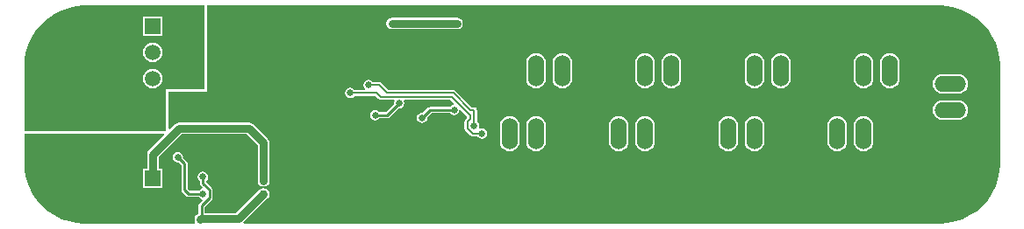
<source format=gbl>
G04 Layer_Physical_Order=2*
G04 Layer_Color=16711680*
%FSLAX23Y23*%
%MOIN*%
G70*
G01*
G75*
%ADD26C,0.030*%
%ADD27C,0.010*%
%ADD28C,0.008*%
%ADD30O,0.060X0.120*%
%ADD31R,0.059X0.059*%
%ADD32C,0.059*%
%ADD33C,0.197*%
%ADD34O,0.120X0.060*%
%ADD35C,0.025*%
%ADD36C,0.030*%
G36*
X705Y535D02*
X560D01*
Y375D01*
X22D01*
Y628D01*
X24Y655D01*
X30Y684D01*
X39Y712D01*
X53Y739D01*
X69Y764D01*
X89Y786D01*
X111Y806D01*
X136Y822D01*
X163Y836D01*
X191Y845D01*
X220Y851D01*
X245Y853D01*
X245Y853D01*
X250Y853D01*
X250D01*
X255Y853D01*
X255D01*
X255D01*
X705D01*
Y535D01*
D02*
G37*
G36*
X3500Y853D02*
Y853D01*
X3505Y853D01*
X3530Y851D01*
X3559Y845D01*
X3587Y836D01*
X3614Y822D01*
X3639Y806D01*
X3661Y786D01*
X3681Y764D01*
X3697Y739D01*
X3711Y712D01*
X3720Y684D01*
X3726Y655D01*
X3728Y628D01*
Y247D01*
X3726Y220D01*
X3720Y191D01*
X3711Y163D01*
X3697Y136D01*
X3681Y111D01*
X3661Y89D01*
X3639Y69D01*
X3614Y53D01*
X3587Y39D01*
X3559Y30D01*
X3530Y24D01*
X3501Y22D01*
X3500Y22D01*
X856D01*
X854Y27D01*
X946Y119D01*
X951Y126D01*
X952Y135D01*
X951Y144D01*
X946Y151D01*
X939Y156D01*
X930Y157D01*
X921Y156D01*
X914Y151D01*
X826Y62D01*
X707D01*
Y85D01*
X734Y111D01*
X736Y115D01*
X737Y120D01*
Y150D01*
X736Y155D01*
X734Y159D01*
X712Y180D01*
X713Y185D01*
X714Y186D01*
X718Y192D01*
X720Y200D01*
X718Y208D01*
X714Y214D01*
X708Y218D01*
X700Y220D01*
X692Y218D01*
X686Y214D01*
X682Y208D01*
X680Y200D01*
X682Y192D01*
X686Y186D01*
X688Y185D01*
Y175D01*
X689Y170D01*
X691Y166D01*
X698Y160D01*
X696Y154D01*
X692Y153D01*
X686Y149D01*
X685Y147D01*
X650D01*
X642Y155D01*
Y250D01*
X641Y255D01*
X639Y259D01*
X624Y273D01*
X625Y275D01*
X623Y283D01*
X619Y289D01*
X613Y293D01*
X605Y295D01*
X597Y293D01*
X591Y289D01*
X587Y283D01*
X585Y275D01*
X587Y267D01*
X591Y261D01*
X597Y257D01*
X605Y255D01*
X607Y256D01*
X618Y245D01*
Y150D01*
X619Y145D01*
X621Y141D01*
X636Y126D01*
X640Y124D01*
X645Y123D01*
X685D01*
X686Y121D01*
X692Y117D01*
X696Y116D01*
X698Y110D01*
X686Y99D01*
X684Y95D01*
X683Y90D01*
Y60D01*
X677Y56D01*
X674Y53D01*
X669Y46D01*
X668Y37D01*
X669Y28D01*
X670Y27D01*
X668Y22D01*
X250D01*
X249Y22D01*
X220Y24D01*
X191Y30D01*
X163Y39D01*
X136Y53D01*
X111Y69D01*
X89Y89D01*
X69Y111D01*
X53Y136D01*
X39Y163D01*
X30Y191D01*
X24Y220D01*
X22Y249D01*
X22Y250D01*
Y365D01*
X551Y365D01*
X553Y360D01*
X494Y301D01*
X489Y294D01*
X488Y285D01*
Y232D01*
X473D01*
Y158D01*
X547D01*
Y232D01*
X532D01*
Y276D01*
X619Y363D01*
X866D01*
X908Y321D01*
Y185D01*
X909Y176D01*
X914Y169D01*
X921Y164D01*
X930Y163D01*
X939Y164D01*
X946Y169D01*
X951Y176D01*
X952Y185D01*
Y330D01*
X951Y339D01*
X946Y346D01*
X891Y401D01*
X884Y406D01*
X875Y407D01*
X610D01*
X601Y406D01*
X594Y401D01*
X575Y381D01*
X570Y383D01*
Y525D01*
X715D01*
X715Y853D01*
X3500D01*
X3500Y853D01*
D02*
G37*
%LPC*%
G36*
X3210Y432D02*
X3200Y431D01*
X3191Y427D01*
X3184Y421D01*
X3178Y414D01*
X3174Y405D01*
X3173Y395D01*
Y335D01*
X3174Y325D01*
X3178Y316D01*
X3184Y309D01*
X3191Y303D01*
X3200Y299D01*
X3210Y298D01*
X3220Y299D01*
X3229Y303D01*
X3236Y309D01*
X3242Y316D01*
X3246Y325D01*
X3247Y335D01*
Y395D01*
X3246Y405D01*
X3242Y414D01*
X3236Y421D01*
X3229Y427D01*
X3220Y431D01*
X3210Y432D01*
D02*
G37*
G36*
X3110D02*
X3100Y431D01*
X3091Y427D01*
X3084Y421D01*
X3078Y414D01*
X3074Y405D01*
X3073Y395D01*
Y335D01*
X3074Y325D01*
X3078Y316D01*
X3084Y309D01*
X3091Y303D01*
X3100Y299D01*
X3110Y298D01*
X3120Y299D01*
X3129Y303D01*
X3136Y309D01*
X3142Y316D01*
X3146Y325D01*
X3147Y335D01*
Y395D01*
X3146Y405D01*
X3142Y414D01*
X3136Y421D01*
X3129Y427D01*
X3120Y431D01*
X3110Y432D01*
D02*
G37*
G36*
X3570Y592D02*
X3510D01*
X3500Y591D01*
X3491Y587D01*
X3484Y581D01*
X3478Y574D01*
X3474Y565D01*
X3473Y555D01*
X3474Y545D01*
X3478Y536D01*
X3484Y529D01*
X3491Y523D01*
X3500Y519D01*
X3510Y518D01*
X3570D01*
X3580Y519D01*
X3589Y523D01*
X3596Y529D01*
X3602Y536D01*
X3606Y545D01*
X3607Y555D01*
X3606Y565D01*
X3602Y574D01*
X3596Y581D01*
X3589Y587D01*
X3580Y591D01*
X3570Y592D01*
D02*
G37*
G36*
Y492D02*
X3510D01*
X3500Y491D01*
X3491Y487D01*
X3484Y481D01*
X3478Y474D01*
X3474Y465D01*
X3473Y455D01*
X3474Y445D01*
X3478Y436D01*
X3484Y429D01*
X3491Y423D01*
X3500Y419D01*
X3510Y418D01*
X3570D01*
X3580Y419D01*
X3589Y423D01*
X3596Y429D01*
X3602Y436D01*
X3606Y445D01*
X3607Y455D01*
X3606Y465D01*
X3602Y474D01*
X3596Y481D01*
X3589Y487D01*
X3580Y491D01*
X3570Y492D01*
D02*
G37*
G36*
X2795Y432D02*
X2785Y431D01*
X2776Y427D01*
X2769Y421D01*
X2763Y414D01*
X2759Y405D01*
X2758Y395D01*
Y335D01*
X2759Y325D01*
X2763Y316D01*
X2769Y309D01*
X2776Y303D01*
X2785Y299D01*
X2795Y298D01*
X2805Y299D01*
X2814Y303D01*
X2821Y309D01*
X2827Y316D01*
X2831Y325D01*
X2832Y335D01*
Y395D01*
X2831Y405D01*
X2827Y414D01*
X2821Y421D01*
X2814Y427D01*
X2805Y431D01*
X2795Y432D01*
D02*
G37*
G36*
X1965D02*
X1955Y431D01*
X1946Y427D01*
X1939Y421D01*
X1933Y414D01*
X1929Y405D01*
X1928Y395D01*
Y335D01*
X1929Y325D01*
X1933Y316D01*
X1939Y309D01*
X1946Y303D01*
X1955Y299D01*
X1965Y298D01*
X1975Y299D01*
X1984Y303D01*
X1991Y309D01*
X1997Y316D01*
X2001Y325D01*
X2002Y335D01*
Y395D01*
X2001Y405D01*
X1997Y414D01*
X1991Y421D01*
X1984Y427D01*
X1975Y431D01*
X1965Y432D01*
D02*
G37*
G36*
X1865D02*
X1855Y431D01*
X1846Y427D01*
X1839Y421D01*
X1833Y414D01*
X1829Y405D01*
X1828Y395D01*
Y335D01*
X1829Y325D01*
X1833Y316D01*
X1839Y309D01*
X1846Y303D01*
X1855Y299D01*
X1865Y298D01*
X1875Y299D01*
X1884Y303D01*
X1891Y309D01*
X1897Y316D01*
X1901Y325D01*
X1902Y335D01*
Y395D01*
X1901Y405D01*
X1897Y414D01*
X1891Y421D01*
X1884Y427D01*
X1875Y431D01*
X1865Y432D01*
D02*
G37*
G36*
X2280D02*
X2270Y431D01*
X2261Y427D01*
X2254Y421D01*
X2248Y414D01*
X2244Y405D01*
X2243Y395D01*
Y335D01*
X2244Y325D01*
X2248Y316D01*
X2254Y309D01*
X2261Y303D01*
X2270Y299D01*
X2280Y298D01*
X2290Y299D01*
X2299Y303D01*
X2306Y309D01*
X2312Y316D01*
X2316Y325D01*
X2317Y335D01*
Y395D01*
X2316Y405D01*
X2312Y414D01*
X2306Y421D01*
X2299Y427D01*
X2290Y431D01*
X2280Y432D01*
D02*
G37*
G36*
X2695D02*
X2685Y431D01*
X2676Y427D01*
X2669Y421D01*
X2663Y414D01*
X2659Y405D01*
X2658Y395D01*
Y335D01*
X2659Y325D01*
X2663Y316D01*
X2669Y309D01*
X2676Y303D01*
X2685Y299D01*
X2695Y298D01*
X2705Y299D01*
X2714Y303D01*
X2721Y309D01*
X2727Y316D01*
X2731Y325D01*
X2732Y335D01*
Y395D01*
X2731Y405D01*
X2727Y414D01*
X2721Y421D01*
X2714Y427D01*
X2705Y431D01*
X2695Y432D01*
D02*
G37*
G36*
X2380D02*
X2370Y431D01*
X2361Y427D01*
X2354Y421D01*
X2348Y414D01*
X2344Y405D01*
X2343Y395D01*
Y335D01*
X2344Y325D01*
X2348Y316D01*
X2354Y309D01*
X2361Y303D01*
X2370Y299D01*
X2380Y298D01*
X2390Y299D01*
X2399Y303D01*
X2406Y309D01*
X2412Y316D01*
X2416Y325D01*
X2417Y335D01*
Y395D01*
X2416Y405D01*
X2412Y414D01*
X2406Y421D01*
X2399Y427D01*
X2390Y431D01*
X2380Y432D01*
D02*
G37*
G36*
X1330Y570D02*
X1322Y568D01*
X1316Y564D01*
X1312Y558D01*
X1310Y550D01*
X1312Y542D01*
X1316Y536D01*
X1315Y535D01*
X1314Y531D01*
X1276D01*
X1274Y534D01*
X1268Y538D01*
X1260Y540D01*
X1252Y538D01*
X1246Y534D01*
X1242Y528D01*
X1240Y520D01*
X1242Y512D01*
X1246Y506D01*
X1252Y502D01*
X1260Y500D01*
X1268Y502D01*
X1274Y506D01*
X1276Y509D01*
X1355D01*
X1367Y497D01*
X1371Y495D01*
X1375Y494D01*
X1375Y494D01*
X1395D01*
X1395Y494D01*
X1395Y494D01*
X1425D01*
X1428Y489D01*
X1427Y488D01*
X1425Y480D01*
X1426Y478D01*
X1395Y447D01*
X1370D01*
X1369Y449D01*
X1363Y453D01*
X1355Y455D01*
X1347Y453D01*
X1341Y449D01*
X1337Y443D01*
X1335Y435D01*
X1337Y427D01*
X1341Y421D01*
X1347Y417D01*
X1355Y415D01*
X1363Y417D01*
X1369Y421D01*
X1370Y423D01*
X1400D01*
X1405Y424D01*
X1409Y426D01*
X1443Y461D01*
X1445Y460D01*
X1453Y462D01*
X1459Y466D01*
X1463Y472D01*
X1465Y480D01*
X1463Y488D01*
X1462Y489D01*
X1465Y494D01*
X1640D01*
X1654Y480D01*
X1653Y474D01*
X1647Y473D01*
X1641Y469D01*
X1640Y467D01*
X1563D01*
X1558Y466D01*
X1554Y464D01*
X1535Y444D01*
X1533Y445D01*
X1525Y443D01*
X1519Y439D01*
X1514Y433D01*
X1513Y425D01*
X1514Y417D01*
X1519Y411D01*
X1525Y407D01*
X1533Y405D01*
X1540Y407D01*
X1547Y411D01*
X1551Y417D01*
X1553Y425D01*
X1552Y427D01*
X1568Y443D01*
X1640D01*
X1641Y441D01*
X1647Y437D01*
X1655Y435D01*
X1663Y437D01*
X1669Y441D01*
X1673Y447D01*
X1674Y453D01*
X1680Y454D01*
X1704Y430D01*
Y425D01*
X1697Y418D01*
X1695Y414D01*
X1694Y410D01*
X1694Y410D01*
Y385D01*
X1694Y385D01*
X1695Y381D01*
X1697Y377D01*
X1717Y357D01*
X1717Y357D01*
X1721Y355D01*
X1725Y354D01*
X1725Y354D01*
X1744D01*
X1746Y351D01*
X1752Y347D01*
X1760Y345D01*
X1768Y347D01*
X1774Y351D01*
X1778Y357D01*
X1780Y365D01*
X1778Y373D01*
X1774Y379D01*
X1768Y383D01*
X1760Y385D01*
X1752Y383D01*
X1751Y383D01*
X1748Y386D01*
X1748Y387D01*
X1750Y395D01*
X1748Y403D01*
X1744Y409D01*
X1741Y411D01*
Y455D01*
X1740Y459D01*
X1738Y463D01*
X1734Y465D01*
X1730Y466D01*
X1721D01*
X1659Y528D01*
X1656Y530D01*
X1651Y531D01*
X1651Y531D01*
X1405D01*
X1378Y558D01*
X1374Y560D01*
X1370Y561D01*
X1370Y561D01*
X1346D01*
X1344Y564D01*
X1338Y568D01*
X1330Y570D01*
D02*
G37*
G36*
X510Y612D02*
X500Y611D01*
X492Y607D01*
X484Y601D01*
X478Y593D01*
X474Y585D01*
X473Y575D01*
X474Y565D01*
X478Y557D01*
X484Y549D01*
X492Y543D01*
X500Y539D01*
X510Y538D01*
X520Y539D01*
X528Y543D01*
X536Y549D01*
X542Y557D01*
X546Y565D01*
X547Y575D01*
X546Y585D01*
X542Y593D01*
X536Y601D01*
X528Y607D01*
X520Y611D01*
X510Y612D01*
D02*
G37*
G36*
X3310Y672D02*
X3300Y671D01*
X3291Y667D01*
X3284Y661D01*
X3278Y654D01*
X3274Y645D01*
X3273Y635D01*
Y575D01*
X3274Y565D01*
X3278Y556D01*
X3284Y549D01*
X3291Y543D01*
X3300Y539D01*
X3310Y538D01*
X3320Y539D01*
X3329Y543D01*
X3336Y549D01*
X3342Y556D01*
X3346Y565D01*
X3347Y575D01*
Y635D01*
X3346Y645D01*
X3342Y654D01*
X3336Y661D01*
X3329Y667D01*
X3320Y671D01*
X3310Y672D01*
D02*
G37*
G36*
X3210D02*
X3200Y671D01*
X3191Y667D01*
X3184Y661D01*
X3178Y654D01*
X3174Y645D01*
X3173Y635D01*
Y575D01*
X3174Y565D01*
X3178Y556D01*
X3184Y549D01*
X3191Y543D01*
X3200Y539D01*
X3210Y538D01*
X3220Y539D01*
X3229Y543D01*
X3236Y549D01*
X3242Y556D01*
X3246Y565D01*
X3247Y575D01*
Y635D01*
X3246Y645D01*
X3242Y654D01*
X3236Y661D01*
X3229Y667D01*
X3220Y671D01*
X3210Y672D01*
D02*
G37*
G36*
X1665Y807D02*
X1419D01*
X1410Y806D01*
X1403Y801D01*
X1398Y794D01*
X1396Y785D01*
X1398Y776D01*
X1403Y769D01*
X1410Y764D01*
X1419Y763D01*
X1665D01*
X1674Y764D01*
X1681Y769D01*
X1686Y776D01*
X1687Y785D01*
X1686Y794D01*
X1681Y801D01*
X1674Y806D01*
X1665Y807D01*
D02*
G37*
G36*
X547Y812D02*
X473D01*
Y738D01*
X547D01*
Y812D01*
D02*
G37*
G36*
X510Y712D02*
X500Y711D01*
X492Y707D01*
X484Y701D01*
X478Y693D01*
X474Y685D01*
X473Y675D01*
X474Y665D01*
X478Y657D01*
X484Y649D01*
X492Y643D01*
X500Y639D01*
X510Y638D01*
X520Y639D01*
X528Y643D01*
X536Y649D01*
X542Y657D01*
X546Y665D01*
X547Y675D01*
X546Y685D01*
X542Y693D01*
X536Y701D01*
X528Y707D01*
X520Y711D01*
X510Y712D01*
D02*
G37*
G36*
X2380Y672D02*
X2370Y671D01*
X2361Y667D01*
X2354Y661D01*
X2348Y654D01*
X2344Y645D01*
X2343Y635D01*
Y575D01*
X2344Y565D01*
X2348Y556D01*
X2354Y549D01*
X2361Y543D01*
X2370Y539D01*
X2380Y538D01*
X2390Y539D01*
X2399Y543D01*
X2406Y549D01*
X2412Y556D01*
X2416Y565D01*
X2417Y575D01*
Y635D01*
X2416Y645D01*
X2412Y654D01*
X2406Y661D01*
X2399Y667D01*
X2390Y671D01*
X2380Y672D01*
D02*
G37*
G36*
X2065D02*
X2055Y671D01*
X2046Y667D01*
X2039Y661D01*
X2033Y654D01*
X2029Y645D01*
X2028Y635D01*
Y575D01*
X2029Y565D01*
X2033Y556D01*
X2039Y549D01*
X2046Y543D01*
X2055Y539D01*
X2065Y538D01*
X2075Y539D01*
X2084Y543D01*
X2091Y549D01*
X2097Y556D01*
X2101Y565D01*
X2102Y575D01*
Y635D01*
X2101Y645D01*
X2097Y654D01*
X2091Y661D01*
X2084Y667D01*
X2075Y671D01*
X2065Y672D01*
D02*
G37*
G36*
X1965D02*
X1955Y671D01*
X1946Y667D01*
X1939Y661D01*
X1933Y654D01*
X1929Y645D01*
X1928Y635D01*
Y575D01*
X1929Y565D01*
X1933Y556D01*
X1939Y549D01*
X1946Y543D01*
X1955Y539D01*
X1965Y538D01*
X1975Y539D01*
X1984Y543D01*
X1991Y549D01*
X1997Y556D01*
X2001Y565D01*
X2002Y575D01*
Y635D01*
X2001Y645D01*
X1997Y654D01*
X1991Y661D01*
X1984Y667D01*
X1975Y671D01*
X1965Y672D01*
D02*
G37*
G36*
X2895D02*
X2885Y671D01*
X2876Y667D01*
X2869Y661D01*
X2863Y654D01*
X2859Y645D01*
X2858Y635D01*
Y575D01*
X2859Y565D01*
X2863Y556D01*
X2869Y549D01*
X2876Y543D01*
X2885Y539D01*
X2895Y538D01*
X2905Y539D01*
X2914Y543D01*
X2921Y549D01*
X2927Y556D01*
X2931Y565D01*
X2932Y575D01*
Y635D01*
X2931Y645D01*
X2927Y654D01*
X2921Y661D01*
X2914Y667D01*
X2905Y671D01*
X2895Y672D01*
D02*
G37*
G36*
X2795D02*
X2785Y671D01*
X2776Y667D01*
X2769Y661D01*
X2763Y654D01*
X2759Y645D01*
X2758Y635D01*
Y575D01*
X2759Y565D01*
X2763Y556D01*
X2769Y549D01*
X2776Y543D01*
X2785Y539D01*
X2795Y538D01*
X2805Y539D01*
X2814Y543D01*
X2821Y549D01*
X2827Y556D01*
X2831Y565D01*
X2832Y575D01*
Y635D01*
X2831Y645D01*
X2827Y654D01*
X2821Y661D01*
X2814Y667D01*
X2805Y671D01*
X2795Y672D01*
D02*
G37*
G36*
X2480D02*
X2470Y671D01*
X2461Y667D01*
X2454Y661D01*
X2448Y654D01*
X2444Y645D01*
X2443Y635D01*
Y575D01*
X2444Y565D01*
X2448Y556D01*
X2454Y549D01*
X2461Y543D01*
X2470Y539D01*
X2480Y538D01*
X2490Y539D01*
X2499Y543D01*
X2506Y549D01*
X2512Y556D01*
X2516Y565D01*
X2517Y575D01*
Y635D01*
X2516Y645D01*
X2512Y654D01*
X2506Y661D01*
X2499Y667D01*
X2490Y671D01*
X2480Y672D01*
D02*
G37*
%LPD*%
D26*
X1419Y785D02*
X1665D01*
X875Y385D02*
X930Y330D01*
Y185D02*
Y330D01*
X510Y195D02*
Y285D01*
X610Y385D01*
X875D01*
X835Y40D02*
X930Y135D01*
X695Y40D02*
X835D01*
X690Y37D02*
X693Y40D01*
X695D01*
D27*
X700Y175D02*
X725Y150D01*
X700Y175D02*
Y200D01*
X645Y135D02*
X700D01*
X630Y150D02*
X645Y135D01*
X630Y150D02*
Y250D01*
X605Y275D02*
X630Y250D01*
X1533Y425D02*
X1563Y455D01*
X1655D01*
X1355Y435D02*
X1400D01*
X1443Y478D01*
X695Y40D02*
Y90D01*
X725Y120D01*
Y150D01*
X690Y35D02*
X695Y40D01*
D28*
X1705Y410D02*
X1715Y420D01*
Y435D01*
X1705Y385D02*
Y410D01*
Y385D02*
X1725Y365D01*
X1760D01*
X1645Y505D02*
X1715Y435D01*
X1395Y505D02*
X1395Y505D01*
X1645D01*
X1716Y455D02*
X1730D01*
X1651Y520D02*
X1716Y455D01*
X1400Y520D02*
X1651D01*
X1730Y395D02*
Y455D01*
X1375Y505D02*
X1395D01*
X1370Y550D02*
X1400Y520D01*
X1330Y550D02*
X1370D01*
X1260Y520D02*
X1360D01*
X1375Y505D01*
D30*
X2065Y605D02*
D03*
X1965D02*
D03*
X1865D02*
D03*
X2480D02*
D03*
X2380D02*
D03*
X2280D02*
D03*
X2895D02*
D03*
X2795D02*
D03*
X2695D02*
D03*
X3110Y365D02*
D03*
X3210D02*
D03*
X3310D02*
D03*
X1865D02*
D03*
X1965D02*
D03*
X2065D02*
D03*
X3310Y605D02*
D03*
X3210D02*
D03*
X3110D02*
D03*
X2280Y365D02*
D03*
X2380D02*
D03*
X2480D02*
D03*
X2695D02*
D03*
X2795D02*
D03*
X2895D02*
D03*
D31*
X510Y195D02*
D03*
Y775D02*
D03*
D32*
Y95D02*
D03*
Y475D02*
D03*
Y675D02*
D03*
Y575D02*
D03*
D33*
X3540Y200D02*
D03*
X1000Y700D02*
D03*
D34*
X3540Y455D02*
D03*
Y555D02*
D03*
Y655D02*
D03*
D35*
X770Y159D02*
D03*
Y191D02*
D03*
X700Y135D02*
D03*
Y200D02*
D03*
X690Y35D02*
D03*
X605Y275D02*
D03*
X1533Y425D02*
D03*
X1448Y435D02*
D03*
X1730Y395D02*
D03*
X1760Y365D02*
D03*
X1419Y785D02*
D03*
X1355Y435D02*
D03*
X1280Y395D02*
D03*
X1643Y301D02*
D03*
X1599D02*
D03*
X1643Y344D02*
D03*
X1599D02*
D03*
X1655Y455D02*
D03*
X1445Y480D02*
D03*
X1475Y545D02*
D03*
X1665Y785D02*
D03*
X1330Y550D02*
D03*
X1260Y520D02*
D03*
X1275Y735D02*
D03*
Y585D02*
D03*
X750Y300D02*
D03*
X965D02*
D03*
X760Y760D02*
D03*
X670Y765D02*
D03*
X660Y560D02*
D03*
X820Y530D02*
D03*
X1505Y315D02*
D03*
X430Y50D02*
D03*
X340D02*
D03*
X250D02*
D03*
X145Y85D02*
D03*
X80Y150D02*
D03*
X50Y235D02*
D03*
X45Y330D02*
D03*
Y410D02*
D03*
Y505D02*
D03*
Y590D02*
D03*
X65Y690D02*
D03*
X105Y755D02*
D03*
X170Y810D02*
D03*
X245Y825D02*
D03*
X330D02*
D03*
X425D02*
D03*
X510Y835D02*
D03*
X610D02*
D03*
X680D02*
D03*
X130Y410D02*
D03*
X220D02*
D03*
X315D02*
D03*
X415D02*
D03*
X505D02*
D03*
X130Y330D02*
D03*
X220D02*
D03*
X310D02*
D03*
X415Y325D02*
D03*
X500D02*
D03*
X1655Y835D02*
D03*
X1740D02*
D03*
X1825D02*
D03*
X1910D02*
D03*
X1995D02*
D03*
X2080D02*
D03*
X2165D02*
D03*
X2250D02*
D03*
X2335D02*
D03*
X2420D02*
D03*
X2505D02*
D03*
X2590D02*
D03*
X2675D02*
D03*
X2760D02*
D03*
X2845D02*
D03*
X2930D02*
D03*
X3015D02*
D03*
X3100D02*
D03*
X3185D02*
D03*
X3270D02*
D03*
X3355D02*
D03*
X3440D02*
D03*
X3525D02*
D03*
X3595Y795D02*
D03*
X1645Y85D02*
D03*
X1725D02*
D03*
X1805D02*
D03*
X1885D02*
D03*
X1965D02*
D03*
X2045D02*
D03*
X2125D02*
D03*
X2205D02*
D03*
X2285D02*
D03*
X2365D02*
D03*
X2445D02*
D03*
X2525D02*
D03*
X2605D02*
D03*
X2685D02*
D03*
X2765D02*
D03*
X2845D02*
D03*
X2925D02*
D03*
X3005D02*
D03*
X3085D02*
D03*
X3165D02*
D03*
X3245D02*
D03*
X3325D02*
D03*
Y165D02*
D03*
X1555Y85D02*
D03*
X1450D02*
D03*
X1335D02*
D03*
X1555Y160D02*
D03*
X1355Y255D02*
D03*
X1415Y320D02*
D03*
Y255D02*
D03*
X1110Y440D02*
D03*
X1225D02*
D03*
Y295D02*
D03*
X1110D02*
D03*
X965Y425D02*
D03*
X750Y430D02*
D03*
X850Y425D02*
D03*
Y295D02*
D03*
X1215Y735D02*
D03*
X1210Y590D02*
D03*
X1110D02*
D03*
X1140Y780D02*
D03*
X1210Y670D02*
D03*
X1680Y665D02*
D03*
Y570D02*
D03*
X1865Y485D02*
D03*
X2065D02*
D03*
X2280D02*
D03*
X2480D02*
D03*
X2895D02*
D03*
X2695D02*
D03*
X3110D02*
D03*
X3310D02*
D03*
X3420Y655D02*
D03*
Y555D02*
D03*
X3005Y605D02*
D03*
Y365D02*
D03*
X2590D02*
D03*
X2595Y485D02*
D03*
Y605D02*
D03*
X2175D02*
D03*
Y365D02*
D03*
Y485D02*
D03*
X3005D02*
D03*
X3420D02*
D03*
X2795Y245D02*
D03*
X2690D02*
D03*
X2885D02*
D03*
X2380Y275D02*
D03*
X2435Y290D02*
D03*
X2285Y275D02*
D03*
X1800Y350D02*
D03*
X1915Y305D02*
D03*
X2015D02*
D03*
X1655Y730D02*
D03*
X1765Y665D02*
D03*
Y570D02*
D03*
X3660Y750D02*
D03*
X3705Y650D02*
D03*
Y575D02*
D03*
Y505D02*
D03*
Y435D02*
D03*
Y360D02*
D03*
Y290D02*
D03*
Y215D02*
D03*
X3670Y145D02*
D03*
X3625Y95D02*
D03*
X3560Y55D02*
D03*
X3495Y45D02*
D03*
X3425D02*
D03*
D36*
X930Y135D02*
D03*
X1180Y185D02*
D03*
X1280D02*
D03*
X930D02*
D03*
M02*

</source>
